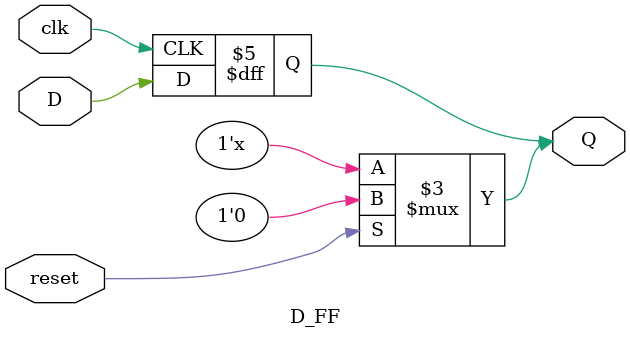
<source format=v>
module D_FF(D,clk,Q,reset);
input clk,D,reset;
output reg Q;
always@(posedge clk)
begin
Q<=D;
end
always@(reset)
begin
if(reset)
Q<=0;
end
endmodule

</source>
